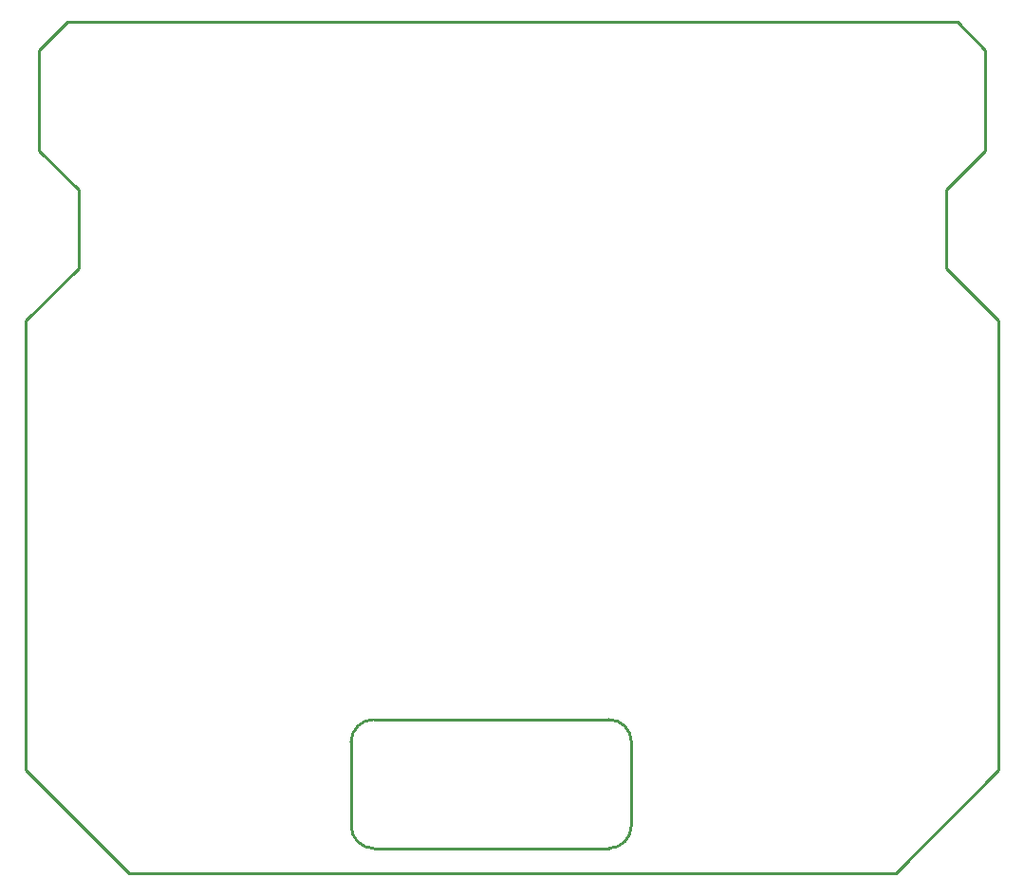
<source format=gbr>
%TF.GenerationSoftware,KiCad,Pcbnew,6.0.11-2627ca5db0~126~ubuntu22.04.1*%
%TF.CreationDate,2023-03-04T02:01:31-05:00*%
%TF.ProjectId,webasto-mainboard,77656261-7374-46f2-9d6d-61696e626f61,2.0*%
%TF.SameCoordinates,Original*%
%TF.FileFunction,Profile,NP*%
%FSLAX46Y46*%
G04 Gerber Fmt 4.6, Leading zero omitted, Abs format (unit mm)*
G04 Created by KiCad (PCBNEW 6.0.11-2627ca5db0~126~ubuntu22.04.1) date 2023-03-04 02:01:31*
%MOMM*%
%LPD*%
G01*
G04 APERTURE LIST*
%TA.AperFunction,Profile*%
%ADD10C,0.254000*%
%TD*%
G04 APERTURE END LIST*
D10*
X185792000Y-65015000D02*
X185792000Y-56015000D01*
X185792000Y-56015000D02*
X183317000Y-53540000D01*
X101392000Y-65015000D02*
X104892000Y-68515000D01*
X186992000Y-80215000D02*
X182292000Y-75515000D01*
X103867000Y-53540000D02*
X101392000Y-56015000D01*
X129214174Y-125314191D02*
G75*
G03*
X131214201Y-127314226I2000026J-9D01*
G01*
X100192000Y-80215000D02*
X100192000Y-120348000D01*
X183317000Y-53540000D02*
X103867000Y-53540000D01*
X104892000Y-75515000D02*
X100192000Y-80215000D01*
X186992000Y-120348000D02*
X186992000Y-80215000D01*
X152214201Y-115814226D02*
X131214201Y-115814226D01*
X154214201Y-125314226D02*
X154214201Y-117814226D01*
X182292000Y-68515000D02*
X185792000Y-65015000D01*
X104892000Y-68515000D02*
X104892000Y-75515000D01*
X154214174Y-117814226D02*
G75*
G03*
X152214201Y-115814226I-1999974J26D01*
G01*
X152214201Y-127314201D02*
G75*
G03*
X154214201Y-125314226I-1J2000001D01*
G01*
X182292000Y-75515000D02*
X182292000Y-68515000D01*
X101392000Y-56015000D02*
X101392000Y-65015000D01*
X177800000Y-129540000D02*
X186992000Y-120348000D01*
X131214236Y-115814201D02*
G75*
G03*
X129214201Y-117814226I-36J-1999999D01*
G01*
X109384000Y-129540000D02*
X177800000Y-129540000D01*
X131214201Y-127314226D02*
X152214201Y-127314226D01*
X129214201Y-117814226D02*
X129214201Y-125314226D01*
X100192000Y-120348000D02*
X109384000Y-129540000D01*
M02*

</source>
